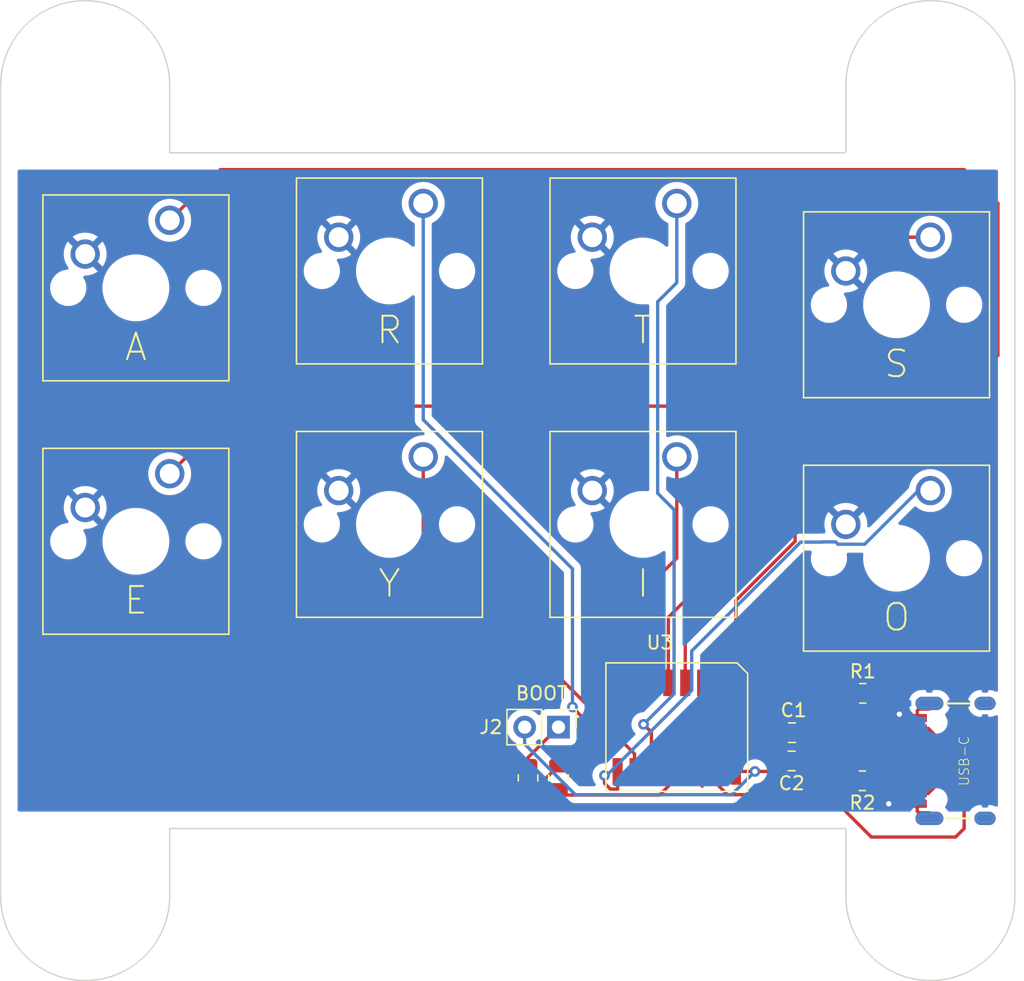
<source format=kicad_pcb>
(kicad_pcb (version 20211014) (generator pcbnew)
  (layers (0 "F.Cu" signal) (31 "B.Cu" signal) (34 "B.Paste" user) (35 "F.Paste" user) (36 "B.SilkS" user "B.Silkscreen") (37 "F.SilkS" user "F.Silkscreen") (38 "B.Mask" user) (39 "F.Mask" user) (44 "Edge.Cuts" user))
  (net 0 "")
  (net 1 "/A")
  (net 2 "/E")
  (net 3 "/R")
  (net 4 "/Y")
  (net 5 "/T")
  (net 6 "/I")
  (net 7 "/S")
  (net 8 "/O")
  (net 9 "Net-(J2-Pad1)")
  (net 10 "Earth")
  (net 11 "Net-(C1-Pad2)")
  (net 12 "/CC2")
  (net 13 "/D+")
  (net 14 "Net-(J1-PadA7)")
  (net 15 "/CC1")
  (net 16 "Net-(R3-Pad1)")
  (net 17 "unconnected-(U3-Pad2)")
  (net 18 "unconnected-(U3-Pad3)")
  (net 19 "unconnected-(U3-Pad6)")
  (net 20 "/3.3v")
  (footprint "Resistor_SMD:R_0805_2012Metric" (layer "F.Cu") (at 180.312368 111.983082 180)
    (fp_text reference "R2" (at 0 -1.65) (layer "F.SilkS"))
    (fp_text value "5.1k")
    (fp_line (start -0.227064 0.735) (end 0.227064 0.735) (layer "F.SilkS") (width 0.12))
    (fp_line (start -0.227064 -0.735) (end 0.227064 -0.735) (layer "F.SilkS") (width 0.12))
    (pad "1" smd roundrect (at -0.9125 0 180) (size 1.025 1.4) (layers "F.Cu" "F.Paste" "F.Mask") (roundrect_rratio 0.243902439) (net 12 "/CC2"))
    (pad "2" smd roundrect (at 0.9125 0 180) (size 1.025 1.4) (layers "F.Cu" "F.Paste" "F.Mask") (roundrect_rratio 0.243902439) (net 10 "Earth"))
  )
  (footprint "MountingHole:MountingHole_3.2mm_M3" (layer "F.Cu") (at 185.42 120.65)
    (fp_text reference "H4" hide)
    (fp_text value "MountingHole")
    (pad "" np_thru_hole circle (at 0 0) (size 3.2 3.2) (drill 3.2) (layers *.Cu *.Mask))
  )
  (footprint "Capacitor_SMD:C_0805_2012Metric_Pad1.18x1.45mm_HandSolder" (layer "F.Cu") (at 174.9987 110.49 180)
    (fp_text reference "C2" (at 0 -1.68) (layer "F.SilkS"))
    (fp_text value "0.1uF")
    (fp_line (start -0.261252 -0.735) (end 0.261252 -0.735) (layer "F.SilkS") (width 0.12))
    (fp_line (start -0.261252 0.735) (end 0.261252 0.735) (layer "F.SilkS") (width 0.12))
    (pad "1" smd roundrect (at -1.0375 0 180) (size 1.175 1.45) (layers "F.Cu" "F.Paste" "F.Mask") (roundrect_rratio 0.2127659574) (net 10 "Earth"))
    (pad "2" smd roundrect (at 1.0375 0 180) (size 1.175 1.45) (layers "F.Cu" "F.Paste" "F.Mask") (roundrect_rratio 0.2127659574) (net 20 "/3.3v"))
  )
  (footprint "MountingHole:MountingHole_3.2mm_M3" (layer "F.Cu") (at 121.92 59.69)
    (fp_text reference "H1" hide)
    (fp_text value "MountingHole")
    (pad "" np_thru_hole circle (at 0 0) (size 3.2 3.2) (drill 3.2) (layers *.Cu *.Mask))
  )
  (footprint "Button_Switch_Keyboard:SW_Cherry_MX_1.00u_PCB" (layer "F.Cu") (at 185.42 71.12)
    (fp_text reference "SW7" hide)
    (fp_text value "SW_MEC_5G")
    (fp_line (start 4.445 -1.905) (end 4.445 12.065) (layer "F.SilkS") (width 0.12))
    (fp_line (start 4.445 12.065) (end -9.525 12.065) (layer "F.SilkS") (width 0.12))
    (fp_line (start -9.525 -1.905) (end 4.445 -1.905) (layer "F.SilkS") (width 0.12))
    (fp_line (start -9.525 12.065) (end -9.525 -1.905) (layer "F.SilkS") (width 0.12))
    (pad "" np_thru_hole circle (at -7.62 5.08) (size 1.7 1.7) (drill 1.7) (layers *.Cu *.Mask))
    (pad "" np_thru_hole circle (at 2.54 5.08) (size 1.7 1.7) (drill 1.7) (layers *.Cu *.Mask))
    (pad "" np_thru_hole circle (at -2.54 5.08) (size 4 4) (drill 4) (layers *.Cu *.Mask))
    (pad "1" thru_hole circle (at 0 0) (size 2.2 2.2) (drill 1.5) (layers *.Cu *.Mask) (net 7 "/S"))
    (pad "2" thru_hole circle (at -6.35 2.54) (size 2.2 2.2) (drill 1.5) (layers *.Cu *.Mask) (net 10 "Earth"))
  )
  (footprint "Button_Switch_Keyboard:SW_Cherry_MX_1.00u_PCB" (layer "F.Cu") (at 185.42 90.17)
    (fp_text reference "SW8" hide)
    (fp_text value "SW_MEC_5G")
    (fp_line (start 4.445 -1.905) (end 4.445 12.065) (layer "F.SilkS") (width 0.12))
    (fp_line (start -9.525 12.065) (end -9.525 -1.905) (layer "F.SilkS") (width 0.12))
    (fp_line (start -9.525 -1.905) (end 4.445 -1.905) (layer "F.SilkS") (width 0.12))
    (fp_line (start 4.445 12.065) (end -9.525 12.065) (layer "F.SilkS") (width 0.12))
    (pad "" np_thru_hole circle (at 2.54 5.08) (size 1.7 1.7) (drill 1.7) (layers *.Cu *.Mask))
    (pad "" np_thru_hole circle (at -2.54 5.08) (size 4 4) (drill 4) (layers *.Cu *.Mask))
    (pad "" np_thru_hole circle (at -7.62 5.08) (size 1.7 1.7) (drill 1.7) (layers *.Cu *.Mask))
    (pad "1" thru_hole circle (at 0 0) (size 2.2 2.2) (drill 1.5) (layers *.Cu *.Mask) (net 8 "/O"))
    (pad "2" thru_hole circle (at -6.35 2.54) (size 2.2 2.2) (drill 1.5) (layers *.Cu *.Mask) (net 10 "Earth"))
  )
  (footprint "Button_Switch_Keyboard:SW_Cherry_MX_1.00u_PCB" (layer "F.Cu") (at 166.37 68.58)
    (fp_text reference "SW5" hide)
    (fp_text value "SW_MEC_5G")
    (fp_line (start -9.525 12.065) (end -9.525 -1.905) (layer "F.SilkS") (width 0.12))
    (fp_line (start 4.445 -1.905) (end 4.445 12.065) (layer "F.SilkS") (width 0.12))
    (fp_line (start -9.525 -1.905) (end 4.445 -1.905) (layer "F.SilkS") (width 0.12))
    (fp_line (start 4.445 12.065) (end -9.525 12.065) (layer "F.SilkS") (width 0.12))
    (pad "" np_thru_hole circle (at 2.54 5.08) (size 1.7 1.7) (drill 1.7) (layers *.Cu *.Mask))
    (pad "" np_thru_hole circle (at -7.62 5.08) (size 1.7 1.7) (drill 1.7) (layers *.Cu *.Mask))
    (pad "" np_thru_hole circle (at -2.54 5.08) (size 4 4) (drill 4) (layers *.Cu *.Mask))
    (pad "1" thru_hole circle (at 0 0) (size 2.2 2.2) (drill 1.5) (layers *.Cu *.Mask) (net 5 "/T"))
    (pad "2" thru_hole circle (at -6.35 2.54) (size 2.2 2.2) (drill 1.5) (layers *.Cu *.Mask) (net 10 "Earth"))
  )
  (footprint "Resistor_SMD:R_0805_2012Metric" (layer "F.Cu") (at 155.195655 111.769221 -90)
    (fp_text reference "R4" hide)
    (fp_text value "5.1k")
    (fp_line (start -0.227064 -0.735) (end 0.227064 -0.735) (layer "F.SilkS") (width 0.12))
    (fp_line (start -0.227064 0.735) (end 0.227064 0.735) (layer "F.SilkS") (width 0.12))
    (pad "1" smd roundrect (at -0.9125 0 270) (size 1.025 1.4) (layers "F.Cu" "F.Paste" "F.Mask") (roundrect_rratio 0.243902439) (net 9 "Net-(J2-Pad1)"))
    (pad "2" smd roundrect (at 0.9125 0 270) (size 1.025 1.4) (layers "F.Cu" "F.Paste" "F.Mask") (roundrect_rratio 0.243902439) (net 16 "Net-(R3-Pad1)"))
  )
  (footprint "MountingHole:MountingHole_3.2mm_M3" (layer "F.Cu") (at 185.42 59.69)
    (fp_text reference "H3" hide)
    (fp_text value "MountingHole")
    (pad "" np_thru_hole circle (at 0 0) (size 3.2 3.2) (drill 3.2) (layers *.Cu *.Mask))
  )
  (footprint "Button_Switch_Keyboard:SW_Cherry_MX_1.00u_PCB" (layer "F.Cu") (at 128.27 69.85)
    (fp_text reference "SW1" hide)
    (fp_text value "SW_MEC_5G")
    (fp_line (start -9.525 -1.905) (end 4.445 -1.905) (layer "F.SilkS") (width 0.12))
    (fp_line (start -9.525 12.065) (end -9.525 -1.905) (layer "F.SilkS") (width 0.12))
    (fp_line (start 4.445 12.065) (end -9.525 12.065) (layer "F.SilkS") (width 0.12))
    (fp_line (start 4.445 -1.905) (end 4.445 12.065) (layer "F.SilkS") (width 0.12))
    (pad "" np_thru_hole circle (at -7.62 5.08) (size 1.7 1.7) (drill 1.7) (layers *.Cu *.Mask))
    (pad "" np_thru_hole circle (at -2.54 5.08) (size 4 4) (drill 4) (layers *.Cu *.Mask))
    (pad "" np_thru_hole circle (at 2.54 5.08) (size 1.7 1.7) (drill 1.7) (layers *.Cu *.Mask))
    (pad "1" thru_hole circle (at 0 0) (size 2.2 2.2) (drill 1.5) (layers *.Cu *.Mask) (net 1 "/A"))
    (pad "2" thru_hole circle (at -6.35 2.54) (size 2.2 2.2) (drill 1.5) (layers *.Cu *.Mask) (net 10 "Earth"))
  )
  (footprint "Resistor_SMD:R_0805_2012Metric" (layer "F.Cu") (at 180.34 105.41)
    (fp_text reference "R1" (at 0 -1.65) (layer "F.SilkS"))
    (fp_text value "5.1k")
    (fp_line (start -0.227064 0.735) (end 0.227064 0.735) (layer "F.SilkS") (width 0.12))
    (fp_line (start -0.227064 -0.735) (end 0.227064 -0.735) (layer "F.SilkS") (width 0.12))
    (pad "1" smd roundrect (at -0.9125 0) (size 1.025 1.4) (layers "F.Cu" "F.Paste" "F.Mask") (roundrect_rratio 0.243902439) (net 15 "/CC1"))
    (pad "2" smd roundrect (at 0.9125 0) (size 1.025 1.4) (layers "F.Cu" "F.Paste" "F.Mask") (roundrect_rratio 0.243902439) (net 10 "Earth"))
  )
  (footprint "Resistor_SMD:R_0805_2012Metric" (layer "F.Cu") (at 157.48 111.76 -90)
    (fp_text reference "R3" hide)
    (fp_text value "5.1k")
    (fp_line (start -0.227064 0.735) (end 0.227064 0.735) (layer "F.SilkS") (width 0.12))
    (fp_line (start -0.227064 -0.735) (end 0.227064 -0.735) (layer "F.SilkS") (width 0.12))
    (pad "1" smd roundrect (at -0.9125 0 270) (size 1.025 1.4) (layers "F.Cu" "F.Paste" "F.Mask") (roundrect_rratio 0.243902439) (net 16 "Net-(R3-Pad1)"))
    (pad "2" smd roundrect (at 0.9125 0 270) (size 1.025 1.4) (layers "F.Cu" "F.Paste" "F.Mask") (roundrect_rratio 0.243902439) (net 13 "/D+"))
  )
  (footprint "Button_Switch_Keyboard:SW_Cherry_MX_1.00u_PCB" (layer "F.Cu") (at 147.32 87.63)
    (fp_text reference "SW4" hide)
    (fp_text value "SW_MEC_5G")
    (fp_line (start 4.445 -1.905) (end 4.445 12.065) (layer "F.SilkS") (width 0.12))
    (fp_line (start -9.525 -1.905) (end 4.445 -1.905) (layer "F.SilkS") (width 0.12))
    (fp_line (start -9.525 12.065) (end -9.525 -1.905) (layer "F.SilkS") (width 0.12))
    (fp_line (start 4.445 12.065) (end -9.525 12.065) (layer "F.SilkS") (width 0.12))
    (pad "" np_thru_hole circle (at 2.54 5.08) (size 1.7 1.7) (drill 1.7) (layers *.Cu *.Mask))
    (pad "" np_thru_hole circle (at -7.62 5.08) (size 1.7 1.7) (drill 1.7) (layers *.Cu *.Mask))
    (pad "" np_thru_hole circle (at -2.54 5.08) (size 4 4) (drill 4) (layers *.Cu *.Mask))
    (pad "1" thru_hole circle (at 0 0) (size 2.2 2.2) (drill 1.5) (layers *.Cu *.Mask) (net 4 "/Y"))
    (pad "2" thru_hole circle (at -6.35 2.54) (size 2.2 2.2) (drill 1.5) (layers *.Cu *.Mask) (net 10 "Earth"))
  )
  (footprint "Button_Switch_Keyboard:SW_Cherry_MX_1.00u_PCB" (layer "F.Cu") (at 128.27 88.9)
    (fp_text reference "SW2" hide)
    (fp_text value "SW_MEC_5G")
    (fp_line (start -9.525 -1.905) (end 4.445 -1.905) (layer "F.SilkS") (width 0.12))
    (fp_line (start 4.445 12.065) (end -9.525 12.065) (layer "F.SilkS") (width 0.12))
    (fp_line (start 4.445 -1.905) (end 4.445 12.065) (layer "F.SilkS") (width 0.12))
    (fp_line (start -9.525 12.065) (end -9.525 -1.905) (layer "F.SilkS") (width 0.12))
    (pad "" np_thru_hole circle (at 2.54 5.08) (size 1.7 1.7) (drill 1.7) (layers *.Cu *.Mask))
    (pad "" np_thru_hole circle (at -2.54 5.08) (size 4 4) (drill 4) (layers *.Cu *.Mask))
    (pad "" np_thru_hole circle (at -7.62 5.08) (size 1.7 1.7) (drill 1.7) (layers *.Cu *.Mask))
    (pad "1" thru_hole circle (at 0 0) (size 2.2 2.2) (drill 1.5) (layers *.Cu *.Mask) (net 2 "/E"))
    (pad "2" thru_hole circle (at -6.35 2.54) (size 2.2 2.2) (drill 1.5) (layers *.Cu *.Mask) (net 10 "Earth"))
  )
  (footprint "Capacitor_SMD:C_0805_2012Metric_Pad1.18x1.45mm_HandSolder" (layer "F.Cu") (at 175.0267 108.3678 180)
    (fp_text reference "C1" (at -0.124136 1.687781) (layer "F.SilkS"))
    (fp_text value "0.1uF")
    (fp_line (start -0.261252 -0.735) (end 0.261252 -0.735) (layer "F.SilkS") (width 0.12))
    (fp_line (start -0.261252 0.735) (end 0.261252 0.735) (layer "F.SilkS") (width 0.12))
    (pad "1" smd roundrect (at -1.0375 0 180) (size 1.175 1.45) (layers "F.Cu" "F.Paste" "F.Mask") (roundrect_rratio 0.2127659574) (net 10 "Earth"))
    (pad "2" smd roundrect (at 1.0375 0 180) (size 1.175 1.45) (layers "F.Cu" "F.Paste" "F.Mask") (roundrect_rratio 0.2127659574) (net 11 "Net-(C1-Pad2)"))
  )
  (footprint "USB-C:USB-C-COM-15111" (layer "F.Cu") (at 184.4344 110.49 90)
    (fp_text reference "J1" hide)
    (fp_text value "USB_C16PIN" hide)
    (fp_text user "USB-C" (at 0 3.5256 90) (layer "F.SilkS") (effects (font (size 0.7239 0.7239) (thickness 0.06096))))
    (fp_line (start 4.32 2.2) (end 4.32 4) (layer "F.SilkS") (width 0.1524))
    (fp_line (start -4.32 2.2) (end -4.32 4) (layer "F.SilkS") (width 0.1524))
    (fp_line (start -4.02 5.4) (end -4.02 4.78) (layer "Edge.Cuts") (width 0.01))
    (fp_line (start 4.62 1.465) (end 4.62 0.365) (layer "Edge.Cuts") (width 0.01))
    (fp_line (start -4.62 1.465) (end -4.62 0.365) (layer "Edge.Cuts") (width 0.01))
    (fp_line (start 4.02 1.465) (end 4.02 0.365) (layer "Edge.Cuts") (width 0.01))
    (fp_line (start 4.02 5.4) (end 4.02 4.78) (layer "Edge.Cuts") (width 0.01))
    (fp_line (start -4.02 1.465) (end -4.02 0.365) (layer "Edge.Cuts") (width 0.01))
    (fp_line (start 4.62 5.4) (end 4.62 4.78) (layer "Edge.Cuts") (width 0.01))
    (fp_line (start -4.62 5.4) (end -4.62 4.78) (layer "Edge.Cuts") (width 0.01))
    (fp_arc (start -4.02 5.4) (mid -4.32 5.7) (end -4.62 5.4) (layer "Edge.Cuts") (width 0.01))
    (fp_arc (start -4.62 4.78) (mid -4.32 4.48) (end -4.02 4.78) (layer "Edge.Cuts") (width 0.01))
    (fp_arc (start -4.02 1.465) (mid -4.32 1.765) (end -4.62 1.465) (layer "Edge.Cuts") (width 0.01))
    (fp_arc (start 4.02 4.78) (mid 4.32 4.48) (end 4.62 4.78) (layer "Edge.Cuts") (width 0.01))
    (fp_arc (start 4.62 5.4) (mid 4.32 5.7) (end 4.02 5.4) (layer "Edge.Cuts") (width 0.01))
    (fp_arc (start 4.62 1.465) (mid 4.32 1.765) (end 4.02 1.465) (layer "Edge.Cuts") (width 0.01))
    (fp_arc (start -4.62 0.365) (mid -4.32 0.065) (end -4.02 0.365) (layer "Edge.Cuts") (width 0.01))
    (fp_arc (start 4.02 0.365) (mid 4.32 0.065) (end 4.62 0.365) (layer "Edge.Cuts") (width 0.01))
    (pad "" np_thru_hole circle locked (at -2.89 1.445 90) (size 0.65 0.65) (drill 0.65) (layers *.Cu *.Mask))
    (pad "" np_thru_hole circle locked (at 2.89 1.445 90) (size 0.65 0.65) (drill 0.65) (layers *.Cu *.Mask))
    (pad "A5" smd rect locked (at -1.25 0 270) (size 0.3 1.45) (layers "F.Cu" "F.Paste" "F.Mask") (net 12 "/CC2"))
    (pad "A6" smd rect locked (at -0.25 0 270) (size 0.3 1.45) (layers "F.Cu" "F.Paste" "F.Mask") (net 13 "/D+"))
    (pad "A7" smd rect locked (at 0.25 0 90) (size 0.3 1.45) (layers "F.Cu" "F.Paste" "F.Mask") (net 14 "Net-(J1-PadA7)"))
    (pad "A8" smd rect locked (at 1.25 0 90) (size 0.3 1.45) (layers "F.Cu" "F.Paste" "F.Mask"))
    (pad "B5" smd rect locked (at 1.75 0 90) (size 0.3 1.45) (layers "F.Cu" "F.Paste" "F.Mask") (net 15 "/CC1"))
    (pad "B6" smd rect locked (at 0.75 0 90) (size 0.3 1.45) (layers "F.Cu" "F.Paste" "F.Mask") (net 13 "/D+"))
    (pad "B7" smd rect locked (at -0.75 0 270) (size 0.3 1.45) (layers "F.Cu" "F.Paste" "F.Mask") (net 14 "Net-(J1-PadA7)"))
    (pad "B8" smd rect locked (at -1.75 0 270) (size 0.3 1.45) (layers "F.Cu" "F.Paste" "F.Mask"))
    (pad "GND" smd rect locked (at -3.225 0 270) (size 0.6 1.45) (layers "F.Cu" "F.Paste" "F.Mask") (net 10 "Earth"))
    (pad "GND2" smd rect locked (at 3.225 0 90) (size 0.6 1.45) (layers "F.Cu" "F.Paste" "F.Mask") (net 10 "Earth"))
    (pad "SHLD1" smd roundrect locked (at -4.32 0.915 270) (size 1 2.1) (layers "F.Cu" "F.Mask") (roundrect_rratio 0.5) (net 10 "Earth"))
    (pad "SHLD2" smd roundrect locked (at 4.32 0.915 270) (size 1 2.1) (layers "F.Cu" "F.Mask") (roundrect_rratio 0.5) (net 10 "Earth"))
    (pad "SHLD3" smd roundrect locked (at -4.32 0.915 90) (size 1 2.1) (layers *.Cu *.Mask) (roundrect_rratio 0.5) (net 10 "Earth"))
    (pad "SHLD4" smd roundrect locked (at 4.32 0.915 90) (size 1 2.1) (layers *.Cu *.Mask) (roundrect_rratio 0.5) (net 10 "Earth"))
    (pad "SHLD5" smd roundrect locked (at -4.32 5.095 270) (size 1 1.6) (layers "F.Cu" "F.Mask") (roundrect_rratio 0.5) (net 10 "Earth"))
    (pad "SHLD6" smd roundrect locked (at -4.32 5.095 90) (size 1 1.6) (layers *.Cu *.Mask) (roundrect_rratio 0.5) (net 10 "Earth"))
    (pad "SHLD7" smd roundrect locked (at 4.32 5.095 90) (size 1 1.6) (layers *.Cu *.Mask) (roundrect_rratio 0.5) (net 10 "Earth"))
    (pad "SHLD8" smd roundrect locked (at 4.32 5.095 270) (size 1 1.6) (layers "F.Cu" "F.Mask") (roundrect_rratio 0.5) (net 10 "Earth"))
    (pad "VBUS1" smd rect locked (at -2.45 0 270) (size 0.55 1.45) (layers "F.Cu" "F.Paste" "F.Mask") (net 11 "Net-(C1-Pad2)"))
    (pad "VBUS2" smd rect locked (at 2.45 0 90) (size 0.55 1.45) (layers "F.Cu" "F.Paste" "F.Mask") (net 11 "Net-(C1-Pad2)"))
  )
  (footprint "Button_Switch_Keyboard:SW_Cherry_MX_1.00u_PCB" (layer "F.Cu") (at 147.32 68.58)
    (fp_text reference "SW3" hide)
    (fp_text value "SW_MEC_5G")
    (fp_line (start 4.445 -1.905) (end 4.445 12.065) (layer "F.SilkS") (width 0.12))
    (fp_line (start 4.445 12.065) (end -9.525 12.065) (layer "F.SilkS") (width 0.12))
    (fp_line (start -9.525 -1.905) (end 4.445 -1.905) (layer "F.SilkS") (width 0.12))
    (fp_line (start -9.525 12.065) (end -9.525 -1.905) (layer "F.SilkS") (width 0.12))
    (pad "" np_thru_hole circle (at 2.54 5.08) (size 1.7 1.7) (drill 1.7) (layers *.Cu *.Mask))
    (pad "" np_thru_hole circle (at -2.54 5.08) (size 4 4) (drill 4) (layers *.Cu *.Mask))
    (pad "" np_thru_hole circle (at -7.62 5.08) (size 1.7 1.7) (drill 1.7) (layers *.Cu *.Mask))
    (pad "1" thru_hole circle (at 0 0) (size 2.2 2.2) (drill 1.5) (layers *.Cu *.Mask) (net 3 "/R"))
    (pad "2" thru_hole circle (at -6.35 2.54) (size 2.2 2.2) (drill 1.5) (layers *.Cu *.Mask) (net 10 "Earth"))
  )
  (footprint "CH552G:CH552G" (layer "F.Cu") (at 166.37 107.95 180)
    (fp_text reference "U3" (at 1.27 6.35) (layer "F.SilkS"))
    (fp_text value "CH552G")
    (fp_line (start -4.525 4.83) (end -5.325 4.03) (layer "F.SilkS") (width 0.12))
    (fp_line (start -5.325 -4.83) (end 5.325 -4.83) (layer "F.SilkS") (width 0.12))
    (fp_line (start -5.325 4.03) (end -5.325 -4.83) (layer "F.SilkS") (width 0.12))
    (fp_line (start 5.325 4.83) (end -4.525 4.83) (layer "F.SilkS") (width 0.12))
    (fp_line (start 5.325 -4.83) (end 5.325 4.83) (layer "F.SilkS") (width 0.12))
    (pad "1" smd rect (at -4.445 3.33 180) (size 0.76 2) (layers "F.Cu" "F.Paste" "F.Mask") (net 1 "/A"))
    (pad "2" smd rect (at -3.175 3.33 180) (size 0.76 2) (layers "F.Cu" "F.Paste" "F.Mask") (net 17 "unconnected-(U3-Pad2)"))
    (pad "3" smd rect (at -1.905 3.33 180) (size 0.76 2) (layers "F.Cu" "F.Paste" "F.Mask") (net 18 "unconnected-(U3-Pad3)"))
    (pad "4" smd rect (at -0.635 3.33 180) (size 0.76 2) (layers "F.Cu" "F.Paste" "F.Mask") (net 7 "/S"))
    (pad "5" smd rect (at 0.635 3.33 180) (size 0.76 2) (layers "F.Cu" "F.Paste" "F.Mask") (net 2 "/E"))
    (pad "6" smd rect (at 1.905 3.33 180) (size 0.76 2) (layers "F.Cu" "F.Paste" "F.Mask") (net 19 "unconnected-(U3-Pad6)"))
    (pad "7" smd rect (at 3.175 3.33 180) (size 0.76 2) (layers "F.Cu" "F.Paste" "F.Mask") (net 4 "/Y"))
    (pad "8" smd rect (at 4.445 3.33 180) (size 0.76 2) (layers "F.Cu" "F.Paste" "F.Mask") (net 6 "/I"))
    (pad "9" smd rect (at 4.445 -3.33 180) (size 0.76 2) (layers "F.Cu" "F.Paste" "F.Mask") (net 8 "/O"))
    (pad "10" smd rect (at 3.175 -3.33 180) (size 0.76 2) (layers "F.Cu" "F.Paste" "F.Mask") (net 3 "/R"))
    (pad "11" smd rect (at 1.905 -3.33 180) (size 0.76 2) (layers "F.Cu" "F.Paste" "F.Mask") (net 5 "/T"))
    (pad "12" smd rect (at 0.635 -3.33 180) (size 0.76 2) (layers "F.Cu" "F.Paste" "F.Mask") (net 13 "/D+"))
    (pad "13" smd rect (at -0.635 -3.33 180) (size 0.76 2) (layers "F.Cu" "F.Paste" "F.Mask") (net 14 "Net-(J1-PadA7)"))
    (pad "14" smd rect (at -1.905 -3.33 180) (size 0.76 2) (layers "F.Cu" "F.Paste" "F.Mask") (net 10 "Earth"))
    (pad "15" smd rect (at -3.175 -3.33 180) (size 0.76 2) (layers "F.Cu" "F.Paste" "F.Mask") (net 11 "Net-(C1-Pad2)"))
    (pad "16" smd rect (at -4.445 -3.33 180) (size 0.76 2) (layers "F.Cu" "F.Paste" "F.Mask") (net 20 "/3.3v"))
  )
  (footprint "MountingHole:MountingHole_3.2mm_M3" (layer "F.Cu") (at 121.92 120.65)
    (fp_text reference "H2" hide)
    (fp_text value "MountingHole")
    (pad "" np_thru_hole circle (at 0 0) (size 3.2 3.2) (drill 3.2) (layers *.Cu *.Mask))
  )
  (footprint "Connector_PinHeader_2.54mm:PinHeader_1x02_P2.54mm_Vertical" (layer "F.Cu") (at 157.48 107.95 -90)
    (fp_text reference "J2" (at 0 5.08) (layer "F.SilkS"))
    (fp_text value "BOOT")
    (fp_line (start -1.33 0) (end -1.33 -1.33) (layer "F.SilkS") (width 0.12))
    (fp_line (start -1.33 1.27) (end 1.33 1.27) (layer "F.SilkS") (width 0.12))
    (fp_line (start -1.33 1.27) (end -1.33 3.87) (layer "F.SilkS") (width 0.12))
    (fp_line (start -1.33 -1.33) (end 0 -1.33) (layer "F.SilkS") (width 0.12))
    (fp_line (start 1.33 1.27) (end 1.33 3.87) (layer "F.SilkS") (width 0.12))
    (fp_line (start -1.33 3.87) (end 1.33 3.87) (layer "F.SilkS") (width 0.12))
    (pad "1" thru_hole rect (at 0 0 270) (size 1.7 1.7) (drill 1) (layers *.Cu *.Mask) (net 9 "Net-(J2-Pad1)"))
    (pad "2" thru_hole oval (at 0 2.54 270) (size 1.7 1.7) (drill 1) (layers *.Cu *.Mask) (net 20 "/3.3v"))
  )
  (footprint "Button_Switch_Keyboard:SW_Cherry_MX_1.00u_PCB" (layer "F.Cu") (at 166.37 87.63)
    (fp_text reference "SW6" hide)
    (fp_text value "SW_MEC_5G")
    (fp_line (start -9.525 -1.905) (end 4.445 -1.905) (layer "F.SilkS") (width 0.12))
    (fp_line (start 4.445 12.065) (end -9.525 12.065) (layer "F.SilkS") (width 0.12))
    (fp_line (start 4.445 -1.905) (end 4.445 12.065) (layer "F.SilkS") (width 0.12))
    (fp_line (start -9.525 12.065) (end -9.525 -1.905) (layer "F.SilkS") (width 0.12))
    (pad "" np_thru_hole circle (at -7.62 5.08) (size 1.7 1.7) (drill 1.7) (layers *.Cu *.Mask))
    (pad "" np_thru_hole circle (at -2.54 5.08) (size 4 4) (drill 4) (layers *.Cu *.Mask))
    (pad "" np_thru_hole circle (at 2.54 5.08) (size 1.7 1.7) (drill 1.7) (layers *.Cu *.Mask))
    (pad "1" thru_hole circle (at 0 0) (size 2.2 2.2) (drill 1.5) (layers *.Cu *.Mask) (net 6 "/I"))
    (pad "2" thru_hole circle (at -6.35 2.54) (size 2.2 2.2) (drill 1.5) (layers *.Cu *.Mask) (net 10 "Earth"))
  )
  (gr_arc (start 191.77 120.65) (mid 185.42 127) (end 179.07 120.65) (layer "Edge.Cuts") (width 0.1))
  (gr_line (start 176.53 115.57) (end 179.07 115.57) (layer "Edge.Cuts") (width 0.1))
  (gr_line (start 128.27 64.77) (end 128.27 59.69) (layer "Edge.Cuts") (width 0.1))
  (gr_line (start 176.53 115.57) (end 130.81 115.57) (layer "Edge.Cuts") (width 0.1))
  (gr_line (start 130.81 64.77) (end 128.27 64.77) (layer "Edge.Cuts") (width 0.1))
  (gr_line (start 128.27 115.57) (end 128.27 120.65) (layer "Edge.Cuts") (width 0.1))
  (gr_line (start 179.07 64.77) (end 179.07 59.69) (layer "Edge.Cuts") (width 0.1))
  (gr_line (start 130.81 64.77) (end 176.53 64.77) (layer "Edge.Cuts") (width 0.1))
  (gr_arc (start 179.07 59.69) (mid 185.42 53.34) (end 191.77 59.69) (layer "Edge.Cuts") (width 0.1))
  (gr_line (start 179.07 120.65) (end 179.07 115.57) (layer "Edge.Cuts") (width 0.1))
  (gr_arc (start 115.57 59.69) (mid 121.92 53.34) (end 128.27 59.69) (layer "Edge.Cuts") (width 0.1))
  (gr_line (start 115.57 59.69) (end 115.57 120.65) (layer "Edge.Cuts") (width 0.1))
  (gr_line (start 191.77 59.69) (end 191.77 120.65) (layer "Edge.Cuts") (width 0.1))
  (gr_line (start 176.53 64.77) (end 179.07 64.77) (layer "Edge.Cuts") (width 0.1))
  (gr_line (start 130.81 115.57) (end 128.27 115.57) (layer "Edge.Cuts") (width 0.1))
  (gr_arc (start 128.27 120.65) (mid 121.92 127) (end 115.57 120.65) (layer "Edge.Cuts") (width 0.1))
  (gr_text "BOOT" (at 156.21 105.41) (layer "F.SilkS") (effects (font (size 1 1))))
  (gr_text "Y" (at 144.78 97.155) (layer "F.SilkS") (effects (font (size 2 2))))
  (gr_text "E" (at 125.73 98.425) (layer "F.SilkS") (effects (font (size 2 2))))
  (gr_text "A" (at 125.73 79.375) (layer "F.SilkS") (effects (font (size 2 2))))
  (gr_text "I" (at 163.83 97.155) (layer "F.SilkS") (effects (font (size 2 2))))
  (gr_text "O" (at 182.88 99.695) (layer "F.SilkS") (effects (font (size 2 2))))
  (gr_text "R" (at 144.78 78.105) (layer "F.SilkS") (effects (font (size 2 2))))
  (gr_text "S" (at 182.88 80.645) (layer "F.SilkS") (effects (font (size 2 2))))
  (gr_text "T" (at 163.83 78.105) (layer "F.SilkS") (effects (font (size 2 2))))
  (segment (start 175.26 93.98) (end 175.26 85.09) (width 0.25) (layer "F.Cu") (net 1))
  (segment (start 190.5 68.58) (end 187.96 66.04) (width 0.25) (layer "F.Cu") (net 1))
  (segment (start 170.815 104.62) (end 170.815 98.425) (width 0.25) (layer "F.Cu") (net 1))
  (segment (start 190.5 80.01) (end 190.5 68.58) (width 0.25) (layer "F.Cu") (net 1))
  (segment (start 187.96 66.04) (end 132.08 66.04) (width 0.25) (layer "F.Cu") (net 1))
  (segment (start 132.08 66.04) (end 128.27 69.85) (width 0.25) (layer "F.Cu") (net 1))
  (segment (start 170.815 98.425) (end 175.26 93.98) (width 0.25) (layer "F.Cu") (net 1))
  (segment (start 189.23 81.28) (end 190.5 80.01) (width 0.25) (layer "F.Cu") (net 1))
  (segment (start 175.26 85.09) (end 179.07 81.28) (width 0.25) (layer "F.Cu") (net 1))
  (segment (start 179.07 81.28) (end 189.23 81.28) (width 0.25) (layer "F.Cu") (net 1))
  (segment (start 165.735 104.62) (end 165.735 99.695) (width 0.25) (layer "F.Cu") (net 2))
  (segment (start 170.18 83.82) (end 133.35 83.82) (width 0.25) (layer "F.Cu") (net 2))
  (segment (start 133.35 83.82) (end 128.27 88.9) (width 0.25) (layer "F.Cu") (net 2))
  (segment (start 171.45 93.98) (end 171.45 85.09) (width 0.25) (layer "F.Cu") (net 2))
  (segment (start 171.45 85.09) (end 170.18 83.82) (width 0.25) (layer "F.Cu") (net 2))
  (segment (start 165.735 99.695) (end 171.45 93.98) (width 0.25) (layer "F.Cu") (net 2))
  (segment (start 163.195 111.28) (end 163.195 109.9549) (width 0.25) (layer "F.Cu") (net 3))
  (segment (start 163.195 109.9549) (end 161.1901 107.95) (width 0.25) (layer "F.Cu") (net 3))
  (segment (start 160.02 107.95) (end 158.532 106.462) (width 0.25) (layer "F.Cu") (net 3))
  (segment (start 158.532 106.462) (end 158.532 106.4345) (width 0.25) (layer "F.Cu") (net 3))
  (segment (start 161.1901 107.95) (end 160.02 107.95) (width 0.25) (layer "F.Cu") (net 3))
  (via (at 158.532 106.4345) (size 0.8) (drill 0.4) (layers "F.Cu" "B.Cu") (net 3))
  (segment (start 158.532 106.4345) (end 158.532 96.052) (width 0.25) (layer "B.Cu") (net 3))
  (segment (start 147.32 84.84) (end 147.32 68.58) (width 0.25) (layer "B.Cu") (net 3))
  (segment (start 158.532 96.052) (end 147.32 84.84) (width 0.25) (layer "B.Cu") (net 3))
  (segment (start 161.755 106.68) (end 160.02 106.68) (width 0.25) (layer "F.Cu") (net 4))
  (segment (start 163.195 104.62) (end 163.195 105.24) (width 0.25) (layer "F.Cu") (net 4))
  (segment (start 163.195 105.24) (end 161.755 106.68) (width 0.25) (layer "F.Cu") (net 4))
  (segment (start 147.32 93.98) (end 147.32 87.63) (width 0.25) (layer "F.Cu") (net 4))
  (segment (start 160.02 106.68) (end 147.32 93.98) (width 0.25) (layer "F.Cu") (net 4))
  (segment (start 164.465 111.28) (end 164.465 108.3338) (width 0.25) (layer "F.Cu") (net 5))
  (segment (start 164.465 108.3338) (end 163.8727 107.7415) (width 0.25) (layer "F.Cu") (net 5))
  (via (at 163.8727 107.7415) (size 0.8) (drill 0.4) (layers "F.Cu" "B.Cu") (net 5))
  (segment (start 163.8727 107.7415) (end 166.1655 105.4487) (width 0.25) (layer "B.Cu") (net 5))
  (segment (start 166.37 74.5381) (end 166.37 68.58) (width 0.25) (layer "B.Cu") (net 5))
  (segment (start 166.1655 91.6054) (end 164.9334 90.3733) (width 0.25) (layer "B.Cu") (net 5))
  (segment (start 164.9334 75.9747) (end 166.37 74.5381) (width 0.25) (layer "B.Cu") (net 5))
  (segment (start 164.9334 90.3733) (end 164.9334 75.9747) (width 0.25) (layer "B.Cu") (net 5))
  (segment (start 166.1655 105.4487) (end 166.1655 91.6054) (width 0.25) (layer "B.Cu") (net 5))
  (segment (start 166.37 95.25) (end 166.37 87.63) (width 0.25) (layer "F.Cu") (net 6))
  (segment (start 161.925 104.62) (end 161.925 99.695) (width 0.25) (layer "F.Cu") (net 6))
  (segment (start 161.925 99.695) (end 166.37 95.25) (width 0.25) (layer "F.Cu") (net 6))
  (segment (start 167.005 99.695) (end 172.72 93.98) (width 0.25) (layer "F.Cu") (net 7))
  (segment (start 175.26 71.12) (end 185.42 71.12) (width 0.25) (layer "F.Cu") (net 7))
  (segment (start 172.72 93.98) (end 172.72 73.66) (width 0.25) (layer "F.Cu") (net 7))
  (segment (start 167.005 104.62) (end 167.005 99.695) (width 0.25) (layer "F.Cu") (net 7))
  (segment (start 172.72 73.66) (end 175.26 71.12) (width 0.25) (layer "F.Cu") (net 7))
  (segment (start 161.925 112.6051) (end 161.3789 112.6051) (width 0.25) (layer "F.Cu") (net 8))
  (segment (start 161.925 111.28) (end 161.925 112.6051) (width 0.25) (layer "F.Cu") (net 8))
  (segment (start 161.3789 112.6051) (end 160.9386 112.1648) (width 0.25) (layer "F.Cu") (net 8))
  (segment (start 160.9386 112.1648) (end 160.9386 111.5834) (width 0.25) (layer "F.Cu") (net 8))
  (via (at 160.9386 111.5834) (size 0.8) (drill 0.4) (layers "F.Cu" "B.Cu") (net 8))
  (segment (start 184.52 90.17) (end 180.4889 94.2011) (width 0.25) (layer "B.Cu") (net 8))
  (segment (start 185.42 90.17) (end 184.52 90.17) (width 0.25) (layer "B.Cu") (net 8))
  (segment (start 167.4898 105.1914) (end 161.0978 111.5834) (width 0.25) (layer "B.Cu") (net 8))
  (segment (start 180.4889 94.2011) (end 178.483514 94.2011) (width 0.25) (layer "B.Cu") (net 8))
  (segment (start 178.307413 94.024999) (end 177.292587 94.024999) (width 0.25) (layer "B.Cu") (net 8))
  (segment (start 178.483514 94.2011) (end 178.307413 94.024999) (width 0.25) (layer "B.Cu") (net 8))
  (segment (start 175.6777 94.0407) (end 167.4898 102.2286) (width 0.25) (layer "B.Cu") (net 8))
  (segment (start 167.4898 102.2286) (end 167.4898 105.1914) (width 0.25) (layer "B.Cu") (net 8))
  (segment (start 177.276886 94.0407) (end 175.6777 94.0407) (width 0.25) (layer "B.Cu") (net 8))
  (segment (start 161.0978 111.5834) (end 160.9386 111.5834) (width 0.25) (layer "B.Cu") (net 8))
  (segment (start 177.292587 94.024999) (end 177.276886 94.0407) (width 0.25) (layer "B.Cu") (net 8))
  (segment (start 155.195655 110.856721) (end 155.195655 110.234345) (width 0.25) (layer "F.Cu") (net 9))
  (segment (start 155.195655 110.234345) (end 157.48 107.95) (width 0.25) (layer "F.Cu") (net 9))
  (segment (start 184.434 106.715) (end 184.554 106.595) (width 0.25) (layer "F.Cu") (net 10))
  (segment (start 177.553 112.007) (end 179.261 113.715) (width 0.25) (layer "F.Cu") (net 10))
  (segment (start 184.434 113.715) (end 184.434 114.265) (width 0.25) (layer "F.Cu") (net 10))
  (segment (start 181.5293 105.41) (end 183.0956 106.9763) (width 0.25) (layer "F.Cu") (net 10))
  (segment (start 176.064 109.195) (end 176.064 110.462) (width 0.25) (layer "F.Cu") (net 10))
  (segment (start 184.554 114.385) (end 185.349 114.385) (width 0.25) (layer "F.Cu") (net 10))
  (segment (start 184.4344 107.265) (end 183.3843 107.265) (width 0.25) (layer "F.Cu") (net 10))
  (segment (start 183.3843 107.265) (end 183.0956 106.9763) (width 0.25) (layer "F.Cu") (net 10))
  (segment (start 184.434 114.265) (end 184.554 114.385) (width 0.25) (layer "F.Cu") (net 10))
  (segment (start 176.0361 110.4899) (end 176.036 110.49) (width 0.25) (layer "F.Cu") (net 10))
  (segment (start 170.846 107.918) (end 171.815 107.918) (width 0.25) (layer "F.Cu") (net 10))
  (segment (start 168.275 110.489) (end 170.846 107.918) (width 0.25) (layer "F.Cu") (net 10))
  (segment (start 184.434 106.99) (end 184.434 106.715) (width 0.25) (layer "F.Cu") (net 10))
  (segment (start 172.72 107.013) (end 175.149 107.013) (width 0.25) (layer "F.Cu") (net 10))
  (segment (start 176.064 109.195) (end 176.0642 109.1948) (width 0.25) (layer "F.Cu") (net 10))
  (segment (start 182.295 113.715) (end 184.4344 113.715) (width 0.25) (layer "F.Cu") (net 10))
  (segment (start 176.036 110.49) (end 177.553 112.007) (width 0.25) (layer "F.Cu") (net 10))
  (segment (start 176.0642 109.1948) (end 176.0642 108.3678) (width 0.25) (layer "F.Cu") (net 10))
  (segment (start 184.4344 106.9904) (end 184.4344 107.265) (width 0.25) (layer "F.Cu") (net 10))
  (segment (start 176.064 107.928) (end 176.064 109.195) (width 0.25) (layer "F.Cu") (net 10))
  (segment (start 184.554 106.595) (end 185.349 106.595) (width 0.25) (layer "F.Cu") (net 10))
  (segment (start 176.064 110.462) (end 176.0361 110.4899) (width 0.25) (layer "F.Cu") (net 10))
  (segment (start 168.275 111.28) (end 168.275 110.489) (width 0.25) (layer "F.Cu") (net 10))
  (segment (start 181.2525 105.41) (end 181.5293 105.41) (width 0.25) (layer "F.Cu") (net 10))
  (segment (start 176.0362 110.49) (end 176.0361 110.4899) (width 0.25) (layer "F.Cu") (net 10))
  (segment (start 171.815 107.918) (end 172.72 107.013) (width 0.25) (layer "F.Cu") (net 10))
  (segment (start 184.434 106.99) (end 184.4344 106.9904) (width 0.25) (layer "F.Cu") (net 10))
  (segment (start 175.149 107.013) (end 176.064 107.928) (width 0.25) (layer "F.Cu") (net 10))
  (segment (start 181.8475 113.715) (end 182.295 113.715) (width 0.25) (layer "F.Cu") (net 10))
  (segment (start 179.37595 112.007) (end 177.553 112.007) (width 0.25) (layer "F.Cu") (net 10))
  (segment (start 179.399868 111.983082) (end 179.37595 112.007) (width 0.25) (layer "F.Cu") (net 10))
  (segment (start 181.8475 113.715) (end 184.434 113.715) (width 0.25) (layer "F.Cu") (net 10))
  (segment (start 184.434 107.265) (end 184.434 106.99) (width 0.25) (layer "F.Cu") (net 10))
  (segment (start 179.261 113.715) (end 181.8475 113.715) (width 0.25) (layer "F.Cu") (net 10))
  (segment (start 168.275 111.28) (end 168.275 112.395) (width 0.25) (layer "F.Cu") (net 10))
  (via (at 183.0956 106.9763) (size 0.8) (drill 0.4) (layers "F.Cu" "B.Cu") (net 10))
  (via (at 182.295 113.715) (size 0.8) (drill 0.4) (layers "F.Cu" "B.Cu") (net 10))
  (segment (start 180.982 116.212) (end 177.8 113.03) (width 0.25) (layer "F.Cu") (net 11))
  (segment (start 185.259 108.04) (end 187.96 110.741) (width 0.25) (layer "F.Cu") (net 11))
  (segment (start 173.0863 108.3678) (end 173.0861 108.368) (width 0.25) (layer "F.Cu") (net 11))
  (segment (start 173.9892 108.3678) (end 173.0863 108.3678) (width 0.25) (layer "F.Cu") (net 11))
  (segment (start 184.4344 108.04) (end 185.259 108.04) (width 0.25) (layer "F.Cu") (net 11))
  (segment (start 185.259 112.94) (end 186.439 111.76) (width 0.25) (layer "F.Cu") (net 11))
  (segment (start 169.545 112.395) (end 169.545 111.28) (width 0.25) (layer "F.Cu") (net 11))
  (segment (start 170.18 113.03) (end 169.545 112.395) (width 0.25) (layer "F.Cu") (net 11))
  (segment (start 177.8 113.03) (end 170.18 113.03) (width 0.25) (layer "F.Cu") (net 11))
  (segment (start 186.439 111.76) (end 187.96 111.76) (width 0.25) (layer "F.Cu") (net 11))
  (segment (start 184.4344 112.94) (end 185.259 112.94) (width 0.25) (layer "F.Cu") (net 11))
  (segment (start 184.434 112.94) (end 184.4344 112.94) (width 0.25) (layer "F.Cu") (net 11))
  (segment (start 173.0861 108.368) (end 171.032 108.368) (width 0.25) (layer "F.Cu") (net 11))
  (segment (start 187.96 110.741) (end 187.96 111.76) (width 0.25) (layer "F.Cu") (net 11))
  (segment (start 187.318 116.212) (end 180.982 116.212) (width 0.25) (layer "F.Cu") (net 11))
  (segment (start 184.434 108.04) (end 184.4344 108.04) (width 0.25) (layer "F.Cu") (net 11))
  (segment (start 171.032 108.368) (end 169.545 109.855) (width 0.25) (layer "F.Cu") (net 11))
  (segment (start 187.96 115.57) (end 187.318 116.212) (width 0.25) (layer "F.Cu") (net 11))
  (segment (start 169.545 109.855) (end 169.545 111.28) (width 0.25) (layer "F.Cu") (net 11))
  (segment (start 187.96 111.76) (end 187.96 115.57) (width 0.25) (layer "F.Cu") (net 11))
  (segment (start 181.46795 111.74) (end 181.224868 111.983082) (width 0.25) (layer "F.Cu") (net 12))
  (segment (start 184.4344 111.74) (end 181.46795 111.74) (width 0.25) (layer "F.Cu") (net 12))
  (segment (start 177.867 106.113) (end 182.494 110.74) (width 0.25) (layer "F.Cu") (net 13))
  (segment (start 165.735 112.395) (end 165.0749 113.0551) (width 0.25) (layer "F.Cu") (net 13))
  (segment (start 165.735 111.28) (end 165.735 112.395) (width 0.25) (layer "F.Cu") (net 13))
  (segment (start 165.735 110.52) (end 169.237 107.018) (width 0.25) (layer "F.Cu") (net 13))
  (segment (start 171.442 107.018) (end 172.347 106.113) (width 0.25) (layer "F.Cu") (net 13))
  (segment (start 172.347 106.113) (end 177.867 106.113) (width 0.25) (layer "F.Cu") (net 13))
  (segment (start 183.3843 109.74) (end 183.3843 109.8497) (width 0.25) (layer "F.Cu") (net 13))
  (segment (start 184.434 110.74) (end 184.4344 110.74) (width 0.25) (layer "F.Cu") (net 13))
  (segment (start 157.8626 113.0551) (end 157.48 112.6725) (width 0.25) (layer "F.Cu") (net 13))
  (segment (start 165.0749 113.0551) (end 157.8626 113.0551) (width 0.25) (layer "F.Cu") (net 13))
  (segment (start 182.494 110.74) (end 184.434 110.74) (width 0.25) (layer "F.Cu") (net 13))
  (segment (start 183.3843 109.8497) (end 182.494 110.74) (width 0.25) (layer "F.Cu") (net 13))
  (segment (start 184.4344 109.74) (end 183.3843 109.74) (width 0.25) (layer "F.Cu") (net 13))
  (segment (start 169.237 107.018) (end 171.442 107.018) (width 0.25) (layer "F.Cu") (net 13))
  (segment (start 165.735 111.28) (end 165.735 110.52) (width 0.25) (layer "F.Cu") (net 13))
  (segment (start 184.4344 111.24) (end 185.4845 111.24) (width 0.25) (layer "F.Cu") (net 14))
  (segment (start 177.68 106.563) (end 182.357 111.24) (width 0.25) (layer "F.Cu") (net 14))
  (segment (start 172.534 106.563) (end 177.68 106.563) (width 0.25) (layer "F.Cu") (net 14))
  (segment (start 171.629 107.468) (end 172.534 106.563) (width 0.25) (layer "F.Cu") (net 14))
  (segment (start 184.4344 110.24) (end 185.4845 110.24) (width 0.25) (layer "F.Cu") (net 14))
  (segment (start 167.005 109.886) (end 169.424 107.468) (width 0.25) (layer "F.Cu") (net 14))
  (segment (start 184.434 111.24) (end 184.4344 111.24) (width 0.25) (layer "F.Cu") (net 14))
  (segment (start 182.357 111.24) (end 184.434 111.24) (width 0.25) (layer "F.Cu") (net 14))
  (segment (start 185.4845 111.24) (end 185.4845 110.24) (width 0.25) (layer "F.Cu") (net 14))
  (segment (start 169.424 107.468) (end 171.629 107.468) (width 0.25) (layer "F.Cu") (net 14))
  (segment (start 167.005 111.28) (end 167.005 109.886) (width 0.25) (layer "F.Cu") (net 14))
  (segment (start 179.4275 105.41) (end 182.7575 108.74) (width 0.25) (layer "F.Cu") (net 15))
  (segment (start 182.7575 108.74) (end 184.4344 108.74) (width 0.25) (layer "F.Cu") (net 15))
  (segment (start 157.48 110.8475) (end 155.645779 112.681721) (width 0.25) (layer "F.Cu") (net 16))
  (segment (start 155.645779 112.681721) (end 155.195655 112.681721) (width 0.25) (layer "F.Cu") (net 16))
  (segment (start 169.545 105.38) (end 169.545 104.62) (width 0.25) (layer "F.Cu") (net 17))
  (segment (start 169.545 104) (end 169.545 104.62) (width 0.25) (layer "F.Cu") (net 17))
  (segment (start 168.276 104.619) (end 168.275 104.62) (width 0.25) (layer "F.Cu") (net 18))
  (segment (start 164.465 105.38) (end 164.465 104.62) (width 0.25) (layer "F.Cu") (net 19))
  (segment (start 172.24 111.28) (end 170.815 111.28) (width 0.25) (layer "F.Cu") (net 20))
  (segment (start 173.961 110.49) (end 173.566 110.885) (width 0.25) (layer "F.Cu") (net 20))
  (segment (start 173.566 110.885) (end 173.171 111.28) (width 0.25) (layer "F.Cu") (net 20))
  (segment (start 173.171 111.28) (end 172.24 111.28) (width 0.25) (layer "F.Cu") (net 20))
  (segment (start 173.566 110.885) (end 173.5662 110.885) (width 0.25) (layer "F.Cu") (net 20))
  (segment (start 173.5662 110.885) (end 173.9612 110.49) (width 0.25) (layer "F.Cu") (net 20))
  (via (at 172.24 111.28) (size 0.8) (drill 0.4) (layers "F.Cu" "B.Cu") (net 20))
  (segment (start 170.49 113.03) (end 158.75 113.03) (width 0.25) (layer "B.Cu") (net 20))
  (segment (start 172.24 111.28) (end 170.49 113.03) (width 0.25) (layer "B.Cu") (net 20))
  (segment (start 158.75 113.03) (end 154.94 109.22) (width 0.25) (layer "B.Cu") (net 20))
  (segment (start 154.94 109.22) (end 154.94 107.95) (width 0.25) (layer "B.Cu") (net 20))
  (zone (net 10) (net_name "Earth") (layer "B.Cu") (connect_pads (clearance 0.508)) (min_thickness 0.254) (fill yes (thermal_gap 0.508) (thermal_bridge_width 0.508))
    (polygon (pts (xy 190.5 114.3) (xy 116.84 114.3) (xy 116.84 66.04) (xy 190.5 66.04)))
  )
)
</source>
